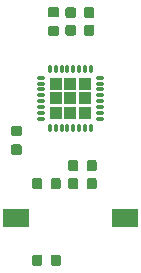
<source format=gbr>
G04 #@! TF.GenerationSoftware,KiCad,Pcbnew,5.0.0-rc3-6a2723a~65~ubuntu18.04.1*
G04 #@! TF.CreationDate,2018-07-16T03:01:28+02:00*
G04 #@! TF.ProjectId,securisam,73656375726973616D2E6B696361645F,rev?*
G04 #@! TF.SameCoordinates,Original*
G04 #@! TF.FileFunction,Paste,Top*
G04 #@! TF.FilePolarity,Positive*
%FSLAX46Y46*%
G04 Gerber Fmt 4.6, Leading zero omitted, Abs format (unit mm)*
G04 Created by KiCad (PCBNEW 5.0.0-rc3-6a2723a~65~ubuntu18.04.1) date Mon Jul 16 03:01:28 2018*
%MOMM*%
%LPD*%
G01*
G04 APERTURE LIST*
%ADD10R,2.180000X1.600000*%
%ADD11C,0.100000*%
%ADD12C,0.875000*%
%ADD13R,1.100000X1.100000*%
%ADD14O,0.300000X0.800000*%
%ADD15O,0.800000X0.300000*%
G04 APERTURE END LIST*
D10*
G04 #@! TO.C,SW1*
X113810000Y-120650000D03*
X104630000Y-120650000D03*
G04 #@! TD*
D11*
G04 #@! TO.C,C6*
G36*
X108051691Y-102771053D02*
X108072926Y-102774203D01*
X108093750Y-102779419D01*
X108113962Y-102786651D01*
X108133368Y-102795830D01*
X108151781Y-102806866D01*
X108169024Y-102819654D01*
X108184930Y-102834070D01*
X108199346Y-102849976D01*
X108212134Y-102867219D01*
X108223170Y-102885632D01*
X108232349Y-102905038D01*
X108239581Y-102925250D01*
X108244797Y-102946074D01*
X108247947Y-102967309D01*
X108249000Y-102988750D01*
X108249000Y-103426250D01*
X108247947Y-103447691D01*
X108244797Y-103468926D01*
X108239581Y-103489750D01*
X108232349Y-103509962D01*
X108223170Y-103529368D01*
X108212134Y-103547781D01*
X108199346Y-103565024D01*
X108184930Y-103580930D01*
X108169024Y-103595346D01*
X108151781Y-103608134D01*
X108133368Y-103619170D01*
X108113962Y-103628349D01*
X108093750Y-103635581D01*
X108072926Y-103640797D01*
X108051691Y-103643947D01*
X108030250Y-103645000D01*
X107517750Y-103645000D01*
X107496309Y-103643947D01*
X107475074Y-103640797D01*
X107454250Y-103635581D01*
X107434038Y-103628349D01*
X107414632Y-103619170D01*
X107396219Y-103608134D01*
X107378976Y-103595346D01*
X107363070Y-103580930D01*
X107348654Y-103565024D01*
X107335866Y-103547781D01*
X107324830Y-103529368D01*
X107315651Y-103509962D01*
X107308419Y-103489750D01*
X107303203Y-103468926D01*
X107300053Y-103447691D01*
X107299000Y-103426250D01*
X107299000Y-102988750D01*
X107300053Y-102967309D01*
X107303203Y-102946074D01*
X107308419Y-102925250D01*
X107315651Y-102905038D01*
X107324830Y-102885632D01*
X107335866Y-102867219D01*
X107348654Y-102849976D01*
X107363070Y-102834070D01*
X107378976Y-102819654D01*
X107396219Y-102806866D01*
X107414632Y-102795830D01*
X107434038Y-102786651D01*
X107454250Y-102779419D01*
X107475074Y-102774203D01*
X107496309Y-102771053D01*
X107517750Y-102770000D01*
X108030250Y-102770000D01*
X108051691Y-102771053D01*
X108051691Y-102771053D01*
G37*
D12*
X107774000Y-103207500D03*
D11*
G36*
X108051691Y-104346053D02*
X108072926Y-104349203D01*
X108093750Y-104354419D01*
X108113962Y-104361651D01*
X108133368Y-104370830D01*
X108151781Y-104381866D01*
X108169024Y-104394654D01*
X108184930Y-104409070D01*
X108199346Y-104424976D01*
X108212134Y-104442219D01*
X108223170Y-104460632D01*
X108232349Y-104480038D01*
X108239581Y-104500250D01*
X108244797Y-104521074D01*
X108247947Y-104542309D01*
X108249000Y-104563750D01*
X108249000Y-105001250D01*
X108247947Y-105022691D01*
X108244797Y-105043926D01*
X108239581Y-105064750D01*
X108232349Y-105084962D01*
X108223170Y-105104368D01*
X108212134Y-105122781D01*
X108199346Y-105140024D01*
X108184930Y-105155930D01*
X108169024Y-105170346D01*
X108151781Y-105183134D01*
X108133368Y-105194170D01*
X108113962Y-105203349D01*
X108093750Y-105210581D01*
X108072926Y-105215797D01*
X108051691Y-105218947D01*
X108030250Y-105220000D01*
X107517750Y-105220000D01*
X107496309Y-105218947D01*
X107475074Y-105215797D01*
X107454250Y-105210581D01*
X107434038Y-105203349D01*
X107414632Y-105194170D01*
X107396219Y-105183134D01*
X107378976Y-105170346D01*
X107363070Y-105155930D01*
X107348654Y-105140024D01*
X107335866Y-105122781D01*
X107324830Y-105104368D01*
X107315651Y-105084962D01*
X107308419Y-105064750D01*
X107303203Y-105043926D01*
X107300053Y-105022691D01*
X107299000Y-105001250D01*
X107299000Y-104563750D01*
X107300053Y-104542309D01*
X107303203Y-104521074D01*
X107308419Y-104500250D01*
X107315651Y-104480038D01*
X107324830Y-104460632D01*
X107335866Y-104442219D01*
X107348654Y-104424976D01*
X107363070Y-104409070D01*
X107378976Y-104394654D01*
X107396219Y-104381866D01*
X107414632Y-104370830D01*
X107434038Y-104361651D01*
X107454250Y-104354419D01*
X107475074Y-104349203D01*
X107496309Y-104346053D01*
X107517750Y-104345000D01*
X108030250Y-104345000D01*
X108051691Y-104346053D01*
X108051691Y-104346053D01*
G37*
D12*
X107774000Y-104782500D03*
G04 #@! TD*
D11*
G04 #@! TO.C,C5*
G36*
X104925691Y-114397053D02*
X104946926Y-114400203D01*
X104967750Y-114405419D01*
X104987962Y-114412651D01*
X105007368Y-114421830D01*
X105025781Y-114432866D01*
X105043024Y-114445654D01*
X105058930Y-114460070D01*
X105073346Y-114475976D01*
X105086134Y-114493219D01*
X105097170Y-114511632D01*
X105106349Y-114531038D01*
X105113581Y-114551250D01*
X105118797Y-114572074D01*
X105121947Y-114593309D01*
X105123000Y-114614750D01*
X105123000Y-115052250D01*
X105121947Y-115073691D01*
X105118797Y-115094926D01*
X105113581Y-115115750D01*
X105106349Y-115135962D01*
X105097170Y-115155368D01*
X105086134Y-115173781D01*
X105073346Y-115191024D01*
X105058930Y-115206930D01*
X105043024Y-115221346D01*
X105025781Y-115234134D01*
X105007368Y-115245170D01*
X104987962Y-115254349D01*
X104967750Y-115261581D01*
X104946926Y-115266797D01*
X104925691Y-115269947D01*
X104904250Y-115271000D01*
X104391750Y-115271000D01*
X104370309Y-115269947D01*
X104349074Y-115266797D01*
X104328250Y-115261581D01*
X104308038Y-115254349D01*
X104288632Y-115245170D01*
X104270219Y-115234134D01*
X104252976Y-115221346D01*
X104237070Y-115206930D01*
X104222654Y-115191024D01*
X104209866Y-115173781D01*
X104198830Y-115155368D01*
X104189651Y-115135962D01*
X104182419Y-115115750D01*
X104177203Y-115094926D01*
X104174053Y-115073691D01*
X104173000Y-115052250D01*
X104173000Y-114614750D01*
X104174053Y-114593309D01*
X104177203Y-114572074D01*
X104182419Y-114551250D01*
X104189651Y-114531038D01*
X104198830Y-114511632D01*
X104209866Y-114493219D01*
X104222654Y-114475976D01*
X104237070Y-114460070D01*
X104252976Y-114445654D01*
X104270219Y-114432866D01*
X104288632Y-114421830D01*
X104308038Y-114412651D01*
X104328250Y-114405419D01*
X104349074Y-114400203D01*
X104370309Y-114397053D01*
X104391750Y-114396000D01*
X104904250Y-114396000D01*
X104925691Y-114397053D01*
X104925691Y-114397053D01*
G37*
D12*
X104648000Y-114833500D03*
D11*
G36*
X104925691Y-112822053D02*
X104946926Y-112825203D01*
X104967750Y-112830419D01*
X104987962Y-112837651D01*
X105007368Y-112846830D01*
X105025781Y-112857866D01*
X105043024Y-112870654D01*
X105058930Y-112885070D01*
X105073346Y-112900976D01*
X105086134Y-112918219D01*
X105097170Y-112936632D01*
X105106349Y-112956038D01*
X105113581Y-112976250D01*
X105118797Y-112997074D01*
X105121947Y-113018309D01*
X105123000Y-113039750D01*
X105123000Y-113477250D01*
X105121947Y-113498691D01*
X105118797Y-113519926D01*
X105113581Y-113540750D01*
X105106349Y-113560962D01*
X105097170Y-113580368D01*
X105086134Y-113598781D01*
X105073346Y-113616024D01*
X105058930Y-113631930D01*
X105043024Y-113646346D01*
X105025781Y-113659134D01*
X105007368Y-113670170D01*
X104987962Y-113679349D01*
X104967750Y-113686581D01*
X104946926Y-113691797D01*
X104925691Y-113694947D01*
X104904250Y-113696000D01*
X104391750Y-113696000D01*
X104370309Y-113694947D01*
X104349074Y-113691797D01*
X104328250Y-113686581D01*
X104308038Y-113679349D01*
X104288632Y-113670170D01*
X104270219Y-113659134D01*
X104252976Y-113646346D01*
X104237070Y-113631930D01*
X104222654Y-113616024D01*
X104209866Y-113598781D01*
X104198830Y-113580368D01*
X104189651Y-113560962D01*
X104182419Y-113540750D01*
X104177203Y-113519926D01*
X104174053Y-113498691D01*
X104173000Y-113477250D01*
X104173000Y-113039750D01*
X104174053Y-113018309D01*
X104177203Y-112997074D01*
X104182419Y-112976250D01*
X104189651Y-112956038D01*
X104198830Y-112936632D01*
X104209866Y-112918219D01*
X104222654Y-112900976D01*
X104237070Y-112885070D01*
X104252976Y-112870654D01*
X104270219Y-112857866D01*
X104288632Y-112846830D01*
X104308038Y-112837651D01*
X104328250Y-112830419D01*
X104349074Y-112825203D01*
X104370309Y-112822053D01*
X104391750Y-112821000D01*
X104904250Y-112821000D01*
X104925691Y-112822053D01*
X104925691Y-112822053D01*
G37*
D12*
X104648000Y-113258500D03*
G04 #@! TD*
D11*
G04 #@! TO.C,C4*
G36*
X111051691Y-104246053D02*
X111072926Y-104249203D01*
X111093750Y-104254419D01*
X111113962Y-104261651D01*
X111133368Y-104270830D01*
X111151781Y-104281866D01*
X111169024Y-104294654D01*
X111184930Y-104309070D01*
X111199346Y-104324976D01*
X111212134Y-104342219D01*
X111223170Y-104360632D01*
X111232349Y-104380038D01*
X111239581Y-104400250D01*
X111244797Y-104421074D01*
X111247947Y-104442309D01*
X111249000Y-104463750D01*
X111249000Y-104976250D01*
X111247947Y-104997691D01*
X111244797Y-105018926D01*
X111239581Y-105039750D01*
X111232349Y-105059962D01*
X111223170Y-105079368D01*
X111212134Y-105097781D01*
X111199346Y-105115024D01*
X111184930Y-105130930D01*
X111169024Y-105145346D01*
X111151781Y-105158134D01*
X111133368Y-105169170D01*
X111113962Y-105178349D01*
X111093750Y-105185581D01*
X111072926Y-105190797D01*
X111051691Y-105193947D01*
X111030250Y-105195000D01*
X110592750Y-105195000D01*
X110571309Y-105193947D01*
X110550074Y-105190797D01*
X110529250Y-105185581D01*
X110509038Y-105178349D01*
X110489632Y-105169170D01*
X110471219Y-105158134D01*
X110453976Y-105145346D01*
X110438070Y-105130930D01*
X110423654Y-105115024D01*
X110410866Y-105097781D01*
X110399830Y-105079368D01*
X110390651Y-105059962D01*
X110383419Y-105039750D01*
X110378203Y-105018926D01*
X110375053Y-104997691D01*
X110374000Y-104976250D01*
X110374000Y-104463750D01*
X110375053Y-104442309D01*
X110378203Y-104421074D01*
X110383419Y-104400250D01*
X110390651Y-104380038D01*
X110399830Y-104360632D01*
X110410866Y-104342219D01*
X110423654Y-104324976D01*
X110438070Y-104309070D01*
X110453976Y-104294654D01*
X110471219Y-104281866D01*
X110489632Y-104270830D01*
X110509038Y-104261651D01*
X110529250Y-104254419D01*
X110550074Y-104249203D01*
X110571309Y-104246053D01*
X110592750Y-104245000D01*
X111030250Y-104245000D01*
X111051691Y-104246053D01*
X111051691Y-104246053D01*
G37*
D12*
X110811500Y-104720000D03*
D11*
G36*
X109476691Y-104246053D02*
X109497926Y-104249203D01*
X109518750Y-104254419D01*
X109538962Y-104261651D01*
X109558368Y-104270830D01*
X109576781Y-104281866D01*
X109594024Y-104294654D01*
X109609930Y-104309070D01*
X109624346Y-104324976D01*
X109637134Y-104342219D01*
X109648170Y-104360632D01*
X109657349Y-104380038D01*
X109664581Y-104400250D01*
X109669797Y-104421074D01*
X109672947Y-104442309D01*
X109674000Y-104463750D01*
X109674000Y-104976250D01*
X109672947Y-104997691D01*
X109669797Y-105018926D01*
X109664581Y-105039750D01*
X109657349Y-105059962D01*
X109648170Y-105079368D01*
X109637134Y-105097781D01*
X109624346Y-105115024D01*
X109609930Y-105130930D01*
X109594024Y-105145346D01*
X109576781Y-105158134D01*
X109558368Y-105169170D01*
X109538962Y-105178349D01*
X109518750Y-105185581D01*
X109497926Y-105190797D01*
X109476691Y-105193947D01*
X109455250Y-105195000D01*
X109017750Y-105195000D01*
X108996309Y-105193947D01*
X108975074Y-105190797D01*
X108954250Y-105185581D01*
X108934038Y-105178349D01*
X108914632Y-105169170D01*
X108896219Y-105158134D01*
X108878976Y-105145346D01*
X108863070Y-105130930D01*
X108848654Y-105115024D01*
X108835866Y-105097781D01*
X108824830Y-105079368D01*
X108815651Y-105059962D01*
X108808419Y-105039750D01*
X108803203Y-105018926D01*
X108800053Y-104997691D01*
X108799000Y-104976250D01*
X108799000Y-104463750D01*
X108800053Y-104442309D01*
X108803203Y-104421074D01*
X108808419Y-104400250D01*
X108815651Y-104380038D01*
X108824830Y-104360632D01*
X108835866Y-104342219D01*
X108848654Y-104324976D01*
X108863070Y-104309070D01*
X108878976Y-104294654D01*
X108896219Y-104281866D01*
X108914632Y-104270830D01*
X108934038Y-104261651D01*
X108954250Y-104254419D01*
X108975074Y-104249203D01*
X108996309Y-104246053D01*
X109017750Y-104245000D01*
X109455250Y-104245000D01*
X109476691Y-104246053D01*
X109476691Y-104246053D01*
G37*
D12*
X109236500Y-104720000D03*
G04 #@! TD*
D11*
G04 #@! TO.C,C3*
G36*
X109476691Y-102771053D02*
X109497926Y-102774203D01*
X109518750Y-102779419D01*
X109538962Y-102786651D01*
X109558368Y-102795830D01*
X109576781Y-102806866D01*
X109594024Y-102819654D01*
X109609930Y-102834070D01*
X109624346Y-102849976D01*
X109637134Y-102867219D01*
X109648170Y-102885632D01*
X109657349Y-102905038D01*
X109664581Y-102925250D01*
X109669797Y-102946074D01*
X109672947Y-102967309D01*
X109674000Y-102988750D01*
X109674000Y-103501250D01*
X109672947Y-103522691D01*
X109669797Y-103543926D01*
X109664581Y-103564750D01*
X109657349Y-103584962D01*
X109648170Y-103604368D01*
X109637134Y-103622781D01*
X109624346Y-103640024D01*
X109609930Y-103655930D01*
X109594024Y-103670346D01*
X109576781Y-103683134D01*
X109558368Y-103694170D01*
X109538962Y-103703349D01*
X109518750Y-103710581D01*
X109497926Y-103715797D01*
X109476691Y-103718947D01*
X109455250Y-103720000D01*
X109017750Y-103720000D01*
X108996309Y-103718947D01*
X108975074Y-103715797D01*
X108954250Y-103710581D01*
X108934038Y-103703349D01*
X108914632Y-103694170D01*
X108896219Y-103683134D01*
X108878976Y-103670346D01*
X108863070Y-103655930D01*
X108848654Y-103640024D01*
X108835866Y-103622781D01*
X108824830Y-103604368D01*
X108815651Y-103584962D01*
X108808419Y-103564750D01*
X108803203Y-103543926D01*
X108800053Y-103522691D01*
X108799000Y-103501250D01*
X108799000Y-102988750D01*
X108800053Y-102967309D01*
X108803203Y-102946074D01*
X108808419Y-102925250D01*
X108815651Y-102905038D01*
X108824830Y-102885632D01*
X108835866Y-102867219D01*
X108848654Y-102849976D01*
X108863070Y-102834070D01*
X108878976Y-102819654D01*
X108896219Y-102806866D01*
X108914632Y-102795830D01*
X108934038Y-102786651D01*
X108954250Y-102779419D01*
X108975074Y-102774203D01*
X108996309Y-102771053D01*
X109017750Y-102770000D01*
X109455250Y-102770000D01*
X109476691Y-102771053D01*
X109476691Y-102771053D01*
G37*
D12*
X109236500Y-103245000D03*
D11*
G36*
X111051691Y-102771053D02*
X111072926Y-102774203D01*
X111093750Y-102779419D01*
X111113962Y-102786651D01*
X111133368Y-102795830D01*
X111151781Y-102806866D01*
X111169024Y-102819654D01*
X111184930Y-102834070D01*
X111199346Y-102849976D01*
X111212134Y-102867219D01*
X111223170Y-102885632D01*
X111232349Y-102905038D01*
X111239581Y-102925250D01*
X111244797Y-102946074D01*
X111247947Y-102967309D01*
X111249000Y-102988750D01*
X111249000Y-103501250D01*
X111247947Y-103522691D01*
X111244797Y-103543926D01*
X111239581Y-103564750D01*
X111232349Y-103584962D01*
X111223170Y-103604368D01*
X111212134Y-103622781D01*
X111199346Y-103640024D01*
X111184930Y-103655930D01*
X111169024Y-103670346D01*
X111151781Y-103683134D01*
X111133368Y-103694170D01*
X111113962Y-103703349D01*
X111093750Y-103710581D01*
X111072926Y-103715797D01*
X111051691Y-103718947D01*
X111030250Y-103720000D01*
X110592750Y-103720000D01*
X110571309Y-103718947D01*
X110550074Y-103715797D01*
X110529250Y-103710581D01*
X110509038Y-103703349D01*
X110489632Y-103694170D01*
X110471219Y-103683134D01*
X110453976Y-103670346D01*
X110438070Y-103655930D01*
X110423654Y-103640024D01*
X110410866Y-103622781D01*
X110399830Y-103604368D01*
X110390651Y-103584962D01*
X110383419Y-103564750D01*
X110378203Y-103543926D01*
X110375053Y-103522691D01*
X110374000Y-103501250D01*
X110374000Y-102988750D01*
X110375053Y-102967309D01*
X110378203Y-102946074D01*
X110383419Y-102925250D01*
X110390651Y-102905038D01*
X110399830Y-102885632D01*
X110410866Y-102867219D01*
X110423654Y-102849976D01*
X110438070Y-102834070D01*
X110453976Y-102819654D01*
X110471219Y-102806866D01*
X110489632Y-102795830D01*
X110509038Y-102786651D01*
X110529250Y-102779419D01*
X110550074Y-102774203D01*
X110571309Y-102771053D01*
X110592750Y-102770000D01*
X111030250Y-102770000D01*
X111051691Y-102771053D01*
X111051691Y-102771053D01*
G37*
D12*
X110811500Y-103245000D03*
G04 #@! TD*
D11*
G04 #@! TO.C,C2*
G36*
X106640691Y-123732053D02*
X106661926Y-123735203D01*
X106682750Y-123740419D01*
X106702962Y-123747651D01*
X106722368Y-123756830D01*
X106740781Y-123767866D01*
X106758024Y-123780654D01*
X106773930Y-123795070D01*
X106788346Y-123810976D01*
X106801134Y-123828219D01*
X106812170Y-123846632D01*
X106821349Y-123866038D01*
X106828581Y-123886250D01*
X106833797Y-123907074D01*
X106836947Y-123928309D01*
X106838000Y-123949750D01*
X106838000Y-124462250D01*
X106836947Y-124483691D01*
X106833797Y-124504926D01*
X106828581Y-124525750D01*
X106821349Y-124545962D01*
X106812170Y-124565368D01*
X106801134Y-124583781D01*
X106788346Y-124601024D01*
X106773930Y-124616930D01*
X106758024Y-124631346D01*
X106740781Y-124644134D01*
X106722368Y-124655170D01*
X106702962Y-124664349D01*
X106682750Y-124671581D01*
X106661926Y-124676797D01*
X106640691Y-124679947D01*
X106619250Y-124681000D01*
X106181750Y-124681000D01*
X106160309Y-124679947D01*
X106139074Y-124676797D01*
X106118250Y-124671581D01*
X106098038Y-124664349D01*
X106078632Y-124655170D01*
X106060219Y-124644134D01*
X106042976Y-124631346D01*
X106027070Y-124616930D01*
X106012654Y-124601024D01*
X105999866Y-124583781D01*
X105988830Y-124565368D01*
X105979651Y-124545962D01*
X105972419Y-124525750D01*
X105967203Y-124504926D01*
X105964053Y-124483691D01*
X105963000Y-124462250D01*
X105963000Y-123949750D01*
X105964053Y-123928309D01*
X105967203Y-123907074D01*
X105972419Y-123886250D01*
X105979651Y-123866038D01*
X105988830Y-123846632D01*
X105999866Y-123828219D01*
X106012654Y-123810976D01*
X106027070Y-123795070D01*
X106042976Y-123780654D01*
X106060219Y-123767866D01*
X106078632Y-123756830D01*
X106098038Y-123747651D01*
X106118250Y-123740419D01*
X106139074Y-123735203D01*
X106160309Y-123732053D01*
X106181750Y-123731000D01*
X106619250Y-123731000D01*
X106640691Y-123732053D01*
X106640691Y-123732053D01*
G37*
D12*
X106400500Y-124206000D03*
D11*
G36*
X108215691Y-123732053D02*
X108236926Y-123735203D01*
X108257750Y-123740419D01*
X108277962Y-123747651D01*
X108297368Y-123756830D01*
X108315781Y-123767866D01*
X108333024Y-123780654D01*
X108348930Y-123795070D01*
X108363346Y-123810976D01*
X108376134Y-123828219D01*
X108387170Y-123846632D01*
X108396349Y-123866038D01*
X108403581Y-123886250D01*
X108408797Y-123907074D01*
X108411947Y-123928309D01*
X108413000Y-123949750D01*
X108413000Y-124462250D01*
X108411947Y-124483691D01*
X108408797Y-124504926D01*
X108403581Y-124525750D01*
X108396349Y-124545962D01*
X108387170Y-124565368D01*
X108376134Y-124583781D01*
X108363346Y-124601024D01*
X108348930Y-124616930D01*
X108333024Y-124631346D01*
X108315781Y-124644134D01*
X108297368Y-124655170D01*
X108277962Y-124664349D01*
X108257750Y-124671581D01*
X108236926Y-124676797D01*
X108215691Y-124679947D01*
X108194250Y-124681000D01*
X107756750Y-124681000D01*
X107735309Y-124679947D01*
X107714074Y-124676797D01*
X107693250Y-124671581D01*
X107673038Y-124664349D01*
X107653632Y-124655170D01*
X107635219Y-124644134D01*
X107617976Y-124631346D01*
X107602070Y-124616930D01*
X107587654Y-124601024D01*
X107574866Y-124583781D01*
X107563830Y-124565368D01*
X107554651Y-124545962D01*
X107547419Y-124525750D01*
X107542203Y-124504926D01*
X107539053Y-124483691D01*
X107538000Y-124462250D01*
X107538000Y-123949750D01*
X107539053Y-123928309D01*
X107542203Y-123907074D01*
X107547419Y-123886250D01*
X107554651Y-123866038D01*
X107563830Y-123846632D01*
X107574866Y-123828219D01*
X107587654Y-123810976D01*
X107602070Y-123795070D01*
X107617976Y-123780654D01*
X107635219Y-123767866D01*
X107653632Y-123756830D01*
X107673038Y-123747651D01*
X107693250Y-123740419D01*
X107714074Y-123735203D01*
X107735309Y-123732053D01*
X107756750Y-123731000D01*
X108194250Y-123731000D01*
X108215691Y-123732053D01*
X108215691Y-123732053D01*
G37*
D12*
X107975500Y-124206000D03*
G04 #@! TD*
D11*
G04 #@! TO.C,C1*
G36*
X111263691Y-117255053D02*
X111284926Y-117258203D01*
X111305750Y-117263419D01*
X111325962Y-117270651D01*
X111345368Y-117279830D01*
X111363781Y-117290866D01*
X111381024Y-117303654D01*
X111396930Y-117318070D01*
X111411346Y-117333976D01*
X111424134Y-117351219D01*
X111435170Y-117369632D01*
X111444349Y-117389038D01*
X111451581Y-117409250D01*
X111456797Y-117430074D01*
X111459947Y-117451309D01*
X111461000Y-117472750D01*
X111461000Y-117985250D01*
X111459947Y-118006691D01*
X111456797Y-118027926D01*
X111451581Y-118048750D01*
X111444349Y-118068962D01*
X111435170Y-118088368D01*
X111424134Y-118106781D01*
X111411346Y-118124024D01*
X111396930Y-118139930D01*
X111381024Y-118154346D01*
X111363781Y-118167134D01*
X111345368Y-118178170D01*
X111325962Y-118187349D01*
X111305750Y-118194581D01*
X111284926Y-118199797D01*
X111263691Y-118202947D01*
X111242250Y-118204000D01*
X110804750Y-118204000D01*
X110783309Y-118202947D01*
X110762074Y-118199797D01*
X110741250Y-118194581D01*
X110721038Y-118187349D01*
X110701632Y-118178170D01*
X110683219Y-118167134D01*
X110665976Y-118154346D01*
X110650070Y-118139930D01*
X110635654Y-118124024D01*
X110622866Y-118106781D01*
X110611830Y-118088368D01*
X110602651Y-118068962D01*
X110595419Y-118048750D01*
X110590203Y-118027926D01*
X110587053Y-118006691D01*
X110586000Y-117985250D01*
X110586000Y-117472750D01*
X110587053Y-117451309D01*
X110590203Y-117430074D01*
X110595419Y-117409250D01*
X110602651Y-117389038D01*
X110611830Y-117369632D01*
X110622866Y-117351219D01*
X110635654Y-117333976D01*
X110650070Y-117318070D01*
X110665976Y-117303654D01*
X110683219Y-117290866D01*
X110701632Y-117279830D01*
X110721038Y-117270651D01*
X110741250Y-117263419D01*
X110762074Y-117258203D01*
X110783309Y-117255053D01*
X110804750Y-117254000D01*
X111242250Y-117254000D01*
X111263691Y-117255053D01*
X111263691Y-117255053D01*
G37*
D12*
X111023500Y-117729000D03*
D11*
G36*
X109688691Y-117255053D02*
X109709926Y-117258203D01*
X109730750Y-117263419D01*
X109750962Y-117270651D01*
X109770368Y-117279830D01*
X109788781Y-117290866D01*
X109806024Y-117303654D01*
X109821930Y-117318070D01*
X109836346Y-117333976D01*
X109849134Y-117351219D01*
X109860170Y-117369632D01*
X109869349Y-117389038D01*
X109876581Y-117409250D01*
X109881797Y-117430074D01*
X109884947Y-117451309D01*
X109886000Y-117472750D01*
X109886000Y-117985250D01*
X109884947Y-118006691D01*
X109881797Y-118027926D01*
X109876581Y-118048750D01*
X109869349Y-118068962D01*
X109860170Y-118088368D01*
X109849134Y-118106781D01*
X109836346Y-118124024D01*
X109821930Y-118139930D01*
X109806024Y-118154346D01*
X109788781Y-118167134D01*
X109770368Y-118178170D01*
X109750962Y-118187349D01*
X109730750Y-118194581D01*
X109709926Y-118199797D01*
X109688691Y-118202947D01*
X109667250Y-118204000D01*
X109229750Y-118204000D01*
X109208309Y-118202947D01*
X109187074Y-118199797D01*
X109166250Y-118194581D01*
X109146038Y-118187349D01*
X109126632Y-118178170D01*
X109108219Y-118167134D01*
X109090976Y-118154346D01*
X109075070Y-118139930D01*
X109060654Y-118124024D01*
X109047866Y-118106781D01*
X109036830Y-118088368D01*
X109027651Y-118068962D01*
X109020419Y-118048750D01*
X109015203Y-118027926D01*
X109012053Y-118006691D01*
X109011000Y-117985250D01*
X109011000Y-117472750D01*
X109012053Y-117451309D01*
X109015203Y-117430074D01*
X109020419Y-117409250D01*
X109027651Y-117389038D01*
X109036830Y-117369632D01*
X109047866Y-117351219D01*
X109060654Y-117333976D01*
X109075070Y-117318070D01*
X109090976Y-117303654D01*
X109108219Y-117290866D01*
X109126632Y-117279830D01*
X109146038Y-117270651D01*
X109166250Y-117263419D01*
X109187074Y-117258203D01*
X109208309Y-117255053D01*
X109229750Y-117254000D01*
X109667250Y-117254000D01*
X109688691Y-117255053D01*
X109688691Y-117255053D01*
G37*
D12*
X109448500Y-117729000D03*
G04 #@! TD*
D13*
G04 #@! TO.C,U1*
X110445000Y-111715000D03*
X110445000Y-110490000D03*
X110445000Y-109265000D03*
X109220000Y-111715000D03*
X109220000Y-110490000D03*
X109220000Y-109265000D03*
X107995000Y-111715000D03*
X107995000Y-110490000D03*
X107995000Y-109265000D03*
D14*
X107470000Y-107990000D03*
X107970000Y-107990001D03*
X108470000Y-107990000D03*
X108970000Y-107990000D03*
X109470000Y-107990000D03*
X109970000Y-107990000D03*
X110470000Y-107990001D03*
X110970000Y-107990000D03*
D15*
X111720000Y-108740000D03*
X111719999Y-109240000D03*
X111720000Y-109740000D03*
X111720000Y-110240000D03*
X111720000Y-110740000D03*
X111720000Y-111240000D03*
X111719999Y-111740000D03*
X111720000Y-112240000D03*
D14*
X110970000Y-112990000D03*
X110470000Y-112989999D03*
X109970000Y-112990000D03*
X109470000Y-112990000D03*
X108970000Y-112990000D03*
X108470000Y-112990000D03*
X107970000Y-112989999D03*
X107470000Y-112990000D03*
D15*
X106720000Y-112240000D03*
X106720001Y-111740000D03*
X106720000Y-111240000D03*
X106720000Y-110740000D03*
X106720000Y-110240000D03*
X106720000Y-109740000D03*
X106720001Y-109240000D03*
X106720000Y-108740000D03*
G04 #@! TD*
D11*
G04 #@! TO.C,R2*
G36*
X109688691Y-115731053D02*
X109709926Y-115734203D01*
X109730750Y-115739419D01*
X109750962Y-115746651D01*
X109770368Y-115755830D01*
X109788781Y-115766866D01*
X109806024Y-115779654D01*
X109821930Y-115794070D01*
X109836346Y-115809976D01*
X109849134Y-115827219D01*
X109860170Y-115845632D01*
X109869349Y-115865038D01*
X109876581Y-115885250D01*
X109881797Y-115906074D01*
X109884947Y-115927309D01*
X109886000Y-115948750D01*
X109886000Y-116461250D01*
X109884947Y-116482691D01*
X109881797Y-116503926D01*
X109876581Y-116524750D01*
X109869349Y-116544962D01*
X109860170Y-116564368D01*
X109849134Y-116582781D01*
X109836346Y-116600024D01*
X109821930Y-116615930D01*
X109806024Y-116630346D01*
X109788781Y-116643134D01*
X109770368Y-116654170D01*
X109750962Y-116663349D01*
X109730750Y-116670581D01*
X109709926Y-116675797D01*
X109688691Y-116678947D01*
X109667250Y-116680000D01*
X109229750Y-116680000D01*
X109208309Y-116678947D01*
X109187074Y-116675797D01*
X109166250Y-116670581D01*
X109146038Y-116663349D01*
X109126632Y-116654170D01*
X109108219Y-116643134D01*
X109090976Y-116630346D01*
X109075070Y-116615930D01*
X109060654Y-116600024D01*
X109047866Y-116582781D01*
X109036830Y-116564368D01*
X109027651Y-116544962D01*
X109020419Y-116524750D01*
X109015203Y-116503926D01*
X109012053Y-116482691D01*
X109011000Y-116461250D01*
X109011000Y-115948750D01*
X109012053Y-115927309D01*
X109015203Y-115906074D01*
X109020419Y-115885250D01*
X109027651Y-115865038D01*
X109036830Y-115845632D01*
X109047866Y-115827219D01*
X109060654Y-115809976D01*
X109075070Y-115794070D01*
X109090976Y-115779654D01*
X109108219Y-115766866D01*
X109126632Y-115755830D01*
X109146038Y-115746651D01*
X109166250Y-115739419D01*
X109187074Y-115734203D01*
X109208309Y-115731053D01*
X109229750Y-115730000D01*
X109667250Y-115730000D01*
X109688691Y-115731053D01*
X109688691Y-115731053D01*
G37*
D12*
X109448500Y-116205000D03*
D11*
G36*
X111263691Y-115731053D02*
X111284926Y-115734203D01*
X111305750Y-115739419D01*
X111325962Y-115746651D01*
X111345368Y-115755830D01*
X111363781Y-115766866D01*
X111381024Y-115779654D01*
X111396930Y-115794070D01*
X111411346Y-115809976D01*
X111424134Y-115827219D01*
X111435170Y-115845632D01*
X111444349Y-115865038D01*
X111451581Y-115885250D01*
X111456797Y-115906074D01*
X111459947Y-115927309D01*
X111461000Y-115948750D01*
X111461000Y-116461250D01*
X111459947Y-116482691D01*
X111456797Y-116503926D01*
X111451581Y-116524750D01*
X111444349Y-116544962D01*
X111435170Y-116564368D01*
X111424134Y-116582781D01*
X111411346Y-116600024D01*
X111396930Y-116615930D01*
X111381024Y-116630346D01*
X111363781Y-116643134D01*
X111345368Y-116654170D01*
X111325962Y-116663349D01*
X111305750Y-116670581D01*
X111284926Y-116675797D01*
X111263691Y-116678947D01*
X111242250Y-116680000D01*
X110804750Y-116680000D01*
X110783309Y-116678947D01*
X110762074Y-116675797D01*
X110741250Y-116670581D01*
X110721038Y-116663349D01*
X110701632Y-116654170D01*
X110683219Y-116643134D01*
X110665976Y-116630346D01*
X110650070Y-116615930D01*
X110635654Y-116600024D01*
X110622866Y-116582781D01*
X110611830Y-116564368D01*
X110602651Y-116544962D01*
X110595419Y-116524750D01*
X110590203Y-116503926D01*
X110587053Y-116482691D01*
X110586000Y-116461250D01*
X110586000Y-115948750D01*
X110587053Y-115927309D01*
X110590203Y-115906074D01*
X110595419Y-115885250D01*
X110602651Y-115865038D01*
X110611830Y-115845632D01*
X110622866Y-115827219D01*
X110635654Y-115809976D01*
X110650070Y-115794070D01*
X110665976Y-115779654D01*
X110683219Y-115766866D01*
X110701632Y-115755830D01*
X110721038Y-115746651D01*
X110741250Y-115739419D01*
X110762074Y-115734203D01*
X110783309Y-115731053D01*
X110804750Y-115730000D01*
X111242250Y-115730000D01*
X111263691Y-115731053D01*
X111263691Y-115731053D01*
G37*
D12*
X111023500Y-116205000D03*
G04 #@! TD*
D11*
G04 #@! TO.C,R1*
G36*
X108215691Y-117255053D02*
X108236926Y-117258203D01*
X108257750Y-117263419D01*
X108277962Y-117270651D01*
X108297368Y-117279830D01*
X108315781Y-117290866D01*
X108333024Y-117303654D01*
X108348930Y-117318070D01*
X108363346Y-117333976D01*
X108376134Y-117351219D01*
X108387170Y-117369632D01*
X108396349Y-117389038D01*
X108403581Y-117409250D01*
X108408797Y-117430074D01*
X108411947Y-117451309D01*
X108413000Y-117472750D01*
X108413000Y-117985250D01*
X108411947Y-118006691D01*
X108408797Y-118027926D01*
X108403581Y-118048750D01*
X108396349Y-118068962D01*
X108387170Y-118088368D01*
X108376134Y-118106781D01*
X108363346Y-118124024D01*
X108348930Y-118139930D01*
X108333024Y-118154346D01*
X108315781Y-118167134D01*
X108297368Y-118178170D01*
X108277962Y-118187349D01*
X108257750Y-118194581D01*
X108236926Y-118199797D01*
X108215691Y-118202947D01*
X108194250Y-118204000D01*
X107756750Y-118204000D01*
X107735309Y-118202947D01*
X107714074Y-118199797D01*
X107693250Y-118194581D01*
X107673038Y-118187349D01*
X107653632Y-118178170D01*
X107635219Y-118167134D01*
X107617976Y-118154346D01*
X107602070Y-118139930D01*
X107587654Y-118124024D01*
X107574866Y-118106781D01*
X107563830Y-118088368D01*
X107554651Y-118068962D01*
X107547419Y-118048750D01*
X107542203Y-118027926D01*
X107539053Y-118006691D01*
X107538000Y-117985250D01*
X107538000Y-117472750D01*
X107539053Y-117451309D01*
X107542203Y-117430074D01*
X107547419Y-117409250D01*
X107554651Y-117389038D01*
X107563830Y-117369632D01*
X107574866Y-117351219D01*
X107587654Y-117333976D01*
X107602070Y-117318070D01*
X107617976Y-117303654D01*
X107635219Y-117290866D01*
X107653632Y-117279830D01*
X107673038Y-117270651D01*
X107693250Y-117263419D01*
X107714074Y-117258203D01*
X107735309Y-117255053D01*
X107756750Y-117254000D01*
X108194250Y-117254000D01*
X108215691Y-117255053D01*
X108215691Y-117255053D01*
G37*
D12*
X107975500Y-117729000D03*
D11*
G36*
X106640691Y-117255053D02*
X106661926Y-117258203D01*
X106682750Y-117263419D01*
X106702962Y-117270651D01*
X106722368Y-117279830D01*
X106740781Y-117290866D01*
X106758024Y-117303654D01*
X106773930Y-117318070D01*
X106788346Y-117333976D01*
X106801134Y-117351219D01*
X106812170Y-117369632D01*
X106821349Y-117389038D01*
X106828581Y-117409250D01*
X106833797Y-117430074D01*
X106836947Y-117451309D01*
X106838000Y-117472750D01*
X106838000Y-117985250D01*
X106836947Y-118006691D01*
X106833797Y-118027926D01*
X106828581Y-118048750D01*
X106821349Y-118068962D01*
X106812170Y-118088368D01*
X106801134Y-118106781D01*
X106788346Y-118124024D01*
X106773930Y-118139930D01*
X106758024Y-118154346D01*
X106740781Y-118167134D01*
X106722368Y-118178170D01*
X106702962Y-118187349D01*
X106682750Y-118194581D01*
X106661926Y-118199797D01*
X106640691Y-118202947D01*
X106619250Y-118204000D01*
X106181750Y-118204000D01*
X106160309Y-118202947D01*
X106139074Y-118199797D01*
X106118250Y-118194581D01*
X106098038Y-118187349D01*
X106078632Y-118178170D01*
X106060219Y-118167134D01*
X106042976Y-118154346D01*
X106027070Y-118139930D01*
X106012654Y-118124024D01*
X105999866Y-118106781D01*
X105988830Y-118088368D01*
X105979651Y-118068962D01*
X105972419Y-118048750D01*
X105967203Y-118027926D01*
X105964053Y-118006691D01*
X105963000Y-117985250D01*
X105963000Y-117472750D01*
X105964053Y-117451309D01*
X105967203Y-117430074D01*
X105972419Y-117409250D01*
X105979651Y-117389038D01*
X105988830Y-117369632D01*
X105999866Y-117351219D01*
X106012654Y-117333976D01*
X106027070Y-117318070D01*
X106042976Y-117303654D01*
X106060219Y-117290866D01*
X106078632Y-117279830D01*
X106098038Y-117270651D01*
X106118250Y-117263419D01*
X106139074Y-117258203D01*
X106160309Y-117255053D01*
X106181750Y-117254000D01*
X106619250Y-117254000D01*
X106640691Y-117255053D01*
X106640691Y-117255053D01*
G37*
D12*
X106400500Y-117729000D03*
G04 #@! TD*
M02*

</source>
